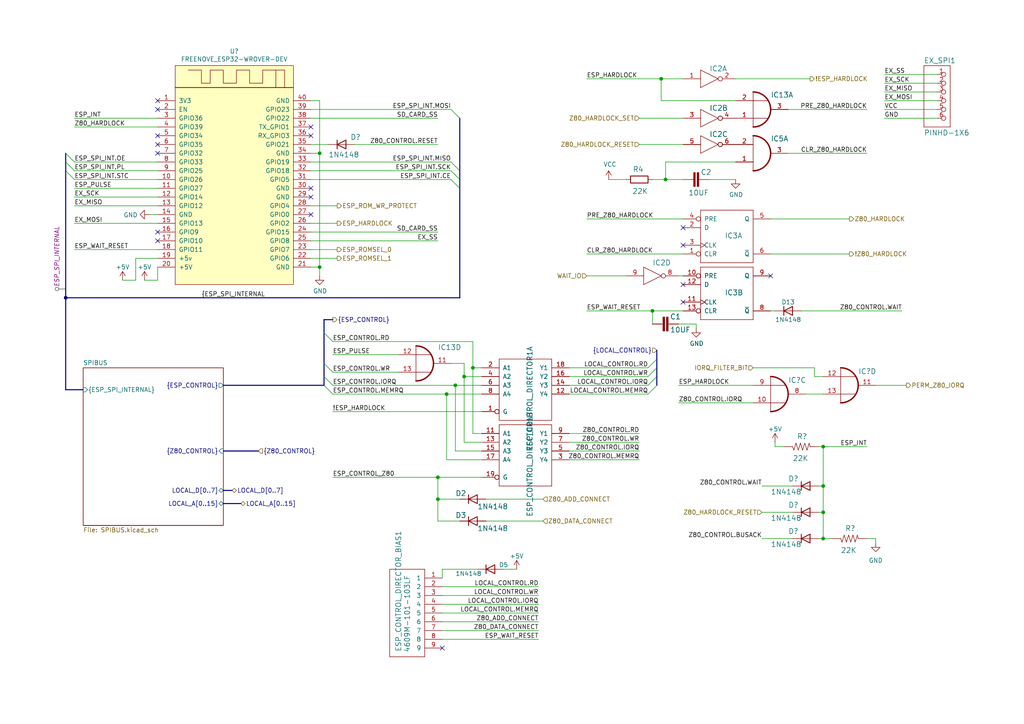
<source format=kicad_sch>
(kicad_sch (version 20230121) (generator eeschema)
  (paper "A4")
  (lib_symbols
    (symbol "Device:D" (pin_numbers hide) (pin_names (offset 1.016) hide)
      (property "Reference" "D" (at 0 2.54 0))
      (property "Value" "D" (at 0 -2.54 0))
      (symbol "D_1_1"
        (pin passive line (at -3.81 0 0) (length 2.54) (name "K") (number "1"))
        (pin passive line (at 3.81 0 180) (length 2.54) (name "A") (number "2"))
      )
    )
    (symbol "Device:R" (pin_numbers hide) (pin_names (offset 0))
      (property "Reference" "R" (at 2.032 0 90))
      (property "Value" "R" (at 0 0 90))
      (symbol "R_1_1"
        (pin passive line (at 0 3.81 270) (length 1.27) (name "~") (number "1"))
        (pin passive line (at 0 -3.81 90) (length 1.27) (name "~") (number "2"))
      )
    )
    (symbol "FujiNet_Z80Bus_Reference-rescue:4609M-101-103LF-Z80ESP-eagle-import" (pin_names (offset 1.016))
      (property "Reference" "RN" (at 16.51 7.62 0))
      (property "Value" "Z80ESP-eagle-import_4609M-101-103LF" (at 16.51 5.08 0))
      (symbol "4609M-101-103LF-Z80ESP-eagle-import_1_0"
        (pin bidirectional line (at 0 0 0) (length 5.08) (name "1") (number "1"))
        (pin bidirectional line (at 0 -2.54 0) (length 5.08) (name "2") (number "2"))
        (pin bidirectional line (at 0 -5.08 0) (length 5.08) (name "3") (number "3"))
        (pin bidirectional line (at 0 -7.62 0) (length 5.08) (name "4") (number "4"))
        (pin bidirectional line (at 0 -10.16 0) (length 5.08) (name "5") (number "5"))
        (pin bidirectional line (at 0 -12.7 0) (length 5.08) (name "6") (number "6"))
        (pin bidirectional line (at 0 -15.24 0) (length 5.08) (name "7") (number "7"))
        (pin bidirectional line (at 0 -17.78 0) (length 5.08) (name "8") (number "8"))
        (pin bidirectional line (at 0 -20.32 0) (length 5.08) (name "9") (number "9"))
      )
    )
    (symbol "FujiNet_Z80Bus_Reference-rescue:7404N-Z80ESP-eagle-import" (pin_names (offset 1.016))
      (property "Reference" "IC" (at -0.635 -0.635 0))
      (symbol "7404N-Z80ESP-eagle-import_1_0"
        (pin input line (at -5.08 0 0) (length 5.08) (name "I") (number "1"))
        (pin output inverted (at 10.16 0 180) (length 5.08) (name "O") (number "2"))
      )
      (symbol "7404N-Z80ESP-eagle-import_2_0"
        (pin input line (at -5.08 0 0) (length 5.08) (name "I") (number "3"))
        (pin output inverted (at 10.16 0 180) (length 5.08) (name "O") (number "4"))
      )
      (symbol "7404N-Z80ESP-eagle-import_3_0"
        (pin input line (at -5.08 0 0) (length 5.08) (name "I") (number "5"))
        (pin output inverted (at 10.16 0 180) (length 5.08) (name "O") (number "6"))
      )
      (symbol "7404N-Z80ESP-eagle-import_4_0"
        (pin output inverted (at 10.16 0 180) (length 5.08) (name "O") (number "8"))
        (pin input line (at -5.08 0 0) (length 5.08) (name "I") (number "9"))
      )
      (symbol "7404N-Z80ESP-eagle-import_5_0"
        (pin output inverted (at 10.16 0 180) (length 5.08) (name "O") (number "10"))
        (pin input line (at -5.08 0 0) (length 5.08) (name "I") (number "11"))
      )
      (symbol "7404N-Z80ESP-eagle-import_6_0"
        (pin output inverted (at 10.16 0 180) (length 5.08) (name "O") (number "12"))
        (pin input line (at -5.08 0 0) (length 5.08) (name "I") (number "13"))
      )
      (symbol "7404N-Z80ESP-eagle-import_7_0"
        (text "GND" (at 1.905 -5.842 900) (effects (font (size 1.0668 1.0668)) (justify left bottom)))
        (text "VCC" (at 1.905 2.54 900) (effects (font (size 1.0668 1.0668)) (justify left bottom)))
        (pin power_in line (at 0 7.62 270) (length 5.08) (name "VCC") (number "14"))
        (pin power_in line (at 0 -7.62 90) (length 5.08) (name "GND") (number "7"))
      )
    )
    (symbol "FujiNet_Z80Bus_Reference-rescue:7408N-Z80ESP-eagle-import" (pin_names (offset 1.016))
      (property "Reference" "IC" (at -0.635 -0.635 0))
      (symbol "7408N-Z80ESP-eagle-import_1_0"
        (pin input line (at -7.62 2.54 0) (length 5.08) (name "I0") (number "1"))
        (pin input line (at -7.62 -2.54 0) (length 5.08) (name "I1") (number "2"))
        (pin output line (at 7.62 0 180) (length 5.08) (name "O") (number "3"))
      )
      (symbol "7408N-Z80ESP-eagle-import_2_0"
        (pin input line (at -7.62 2.54 0) (length 5.08) (name "I0") (number "4"))
        (pin input line (at -7.62 -2.54 0) (length 5.08) (name "I1") (number "5"))
        (pin output line (at 7.62 0 180) (length 5.08) (name "O") (number "6"))
      )
      (symbol "7408N-Z80ESP-eagle-import_3_0"
        (pin input line (at -7.62 -2.54 0) (length 5.08) (name "I1") (number "10"))
        (pin output line (at 7.62 0 180) (length 5.08) (name "O") (number "8"))
        (pin input line (at -7.62 2.54 0) (length 5.08) (name "I0") (number "9"))
      )
      (symbol "7408N-Z80ESP-eagle-import_4_0"
        (pin output line (at 7.62 0 180) (length 5.08) (name "O") (number "11"))
        (pin input line (at -7.62 2.54 0) (length 5.08) (name "I0") (number "12"))
        (pin input line (at -7.62 -2.54 0) (length 5.08) (name "I1") (number "13"))
      )
      (symbol "7408N-Z80ESP-eagle-import_5_0"
        (text "GND" (at 1.905 -5.842 900) (effects (font (size 1.0668 1.0668)) (justify left bottom)))
        (text "VCC" (at 1.905 2.54 900) (effects (font (size 1.0668 1.0668)) (justify left bottom)))
        (pin power_in line (at 0 7.62 270) (length 5.08) (name "VCC") (number "14"))
        (pin power_in line (at 0 -7.62 90) (length 5.08) (name "GND") (number "7"))
      )
    )
    (symbol "FujiNet_Z80Bus_Reference-rescue:74244N-Z80ESP-eagle-import" (pin_names (offset 1.016))
      (property "Reference" "IC" (at -0.635 -0.635 0))
      (symbol "74244N-Z80ESP-eagle-import_1_0"
        (pin input inverted (at -12.7 -7.62 0) (length 5.08) (name "G") (number "1"))
        (pin tri_state line (at 12.7 -2.54 180) (length 5.08) (name "Y4") (number "12"))
        (pin tri_state line (at 12.7 0 180) (length 5.08) (name "Y3") (number "14"))
        (pin tri_state line (at 12.7 2.54 180) (length 5.08) (name "Y2") (number "16"))
        (pin tri_state line (at 12.7 5.08 180) (length 5.08) (name "Y1") (number "18"))
        (pin input line (at -12.7 5.08 0) (length 5.08) (name "A1") (number "2"))
        (pin input line (at -12.7 2.54 0) (length 5.08) (name "A2") (number "4"))
        (pin input line (at -12.7 0 0) (length 5.08) (name "A3") (number "6"))
        (pin input line (at -12.7 -2.54 0) (length 5.08) (name "A4") (number "8"))
      )
      (symbol "74244N-Z80ESP-eagle-import_2_0"
        (pin input line (at -12.7 5.08 0) (length 5.08) (name "A1") (number "11"))
        (pin input line (at -12.7 2.54 0) (length 5.08) (name "A2") (number "13"))
        (pin input line (at -12.7 0 0) (length 5.08) (name "A3") (number "15"))
        (pin input line (at -12.7 -2.54 0) (length 5.08) (name "A4") (number "17"))
        (pin input inverted (at -12.7 -7.62 0) (length 5.08) (name "G") (number "19"))
        (pin tri_state line (at 12.7 -2.54 180) (length 5.08) (name "Y4") (number "3"))
        (pin tri_state line (at 12.7 0 180) (length 5.08) (name "Y3") (number "5"))
        (pin tri_state line (at 12.7 2.54 180) (length 5.08) (name "Y2") (number "7"))
        (pin tri_state line (at 12.7 5.08 180) (length 5.08) (name "Y1") (number "9"))
      )
      (symbol "74244N-Z80ESP-eagle-import_3_0"
        (text "GND" (at 1.905 -5.842 900) (effects (font (size 1.0668 1.0668)) (justify left bottom)))
        (text "VCC" (at 1.905 2.54 900) (effects (font (size 1.0668 1.0668)) (justify left bottom)))
        (pin power_in line (at 0 -7.62 90) (length 5.08) (name "GND") (number "10"))
        (pin power_in line (at 0 7.62 270) (length 5.08) (name "VCC") (number "20"))
      )
    )
    (symbol "FujiNet_Z80Bus_Reference-rescue:7432N-Z80Decoder-eagle-import" (pin_names (offset 1.016))
      (property "Reference" "IC" (at -0.635 -0.635 0))
      (symbol "7432N-Z80Decoder-eagle-import_1_0"
        (pin input line (at -7.62 2.54 0) (length 5.08) (name "I0") (number "1"))
        (pin input line (at -7.62 -2.54 0) (length 5.08) (name "I1") (number "2"))
        (pin output line (at 7.62 0 180) (length 5.08) (name "O") (number "3"))
      )
      (symbol "7432N-Z80Decoder-eagle-import_2_0"
        (pin input line (at -7.62 2.54 0) (length 5.08) (name "I0") (number "4"))
        (pin input line (at -7.62 -2.54 0) (length 5.08) (name "I1") (number "5"))
        (pin output line (at 7.62 0 180) (length 5.08) (name "O") (number "6"))
      )
      (symbol "7432N-Z80Decoder-eagle-import_3_0"
        (pin input line (at -7.62 -2.54 0) (length 5.08) (name "I1") (number "10"))
        (pin output line (at 7.62 0 180) (length 5.08) (name "O") (number "8"))
        (pin input line (at -7.62 2.54 0) (length 5.08) (name "I0") (number "9"))
      )
      (symbol "7432N-Z80Decoder-eagle-import_4_0"
        (pin output line (at 7.62 0 180) (length 5.08) (name "O") (number "11"))
        (pin input line (at -7.62 2.54 0) (length 5.08) (name "I0") (number "12"))
        (pin input line (at -7.62 -2.54 0) (length 5.08) (name "I1") (number "13"))
      )
      (symbol "7432N-Z80Decoder-eagle-import_5_0"
        (text "GND" (at 1.905 -5.842 900) (effects (font (size 1.0668 1.0668)) (justify left bottom)))
        (text "VCC" (at 1.905 2.54 900) (effects (font (size 1.0668 1.0668)) (justify left bottom)))
        (pin power_in line (at 0 7.62 270) (length 5.08) (name "VCC") (number "14"))
        (pin power_in line (at 0 -7.62 90) (length 5.08) (name "GND") (number "7"))
      )
    )
    (symbol "FujiNet_Z80Bus_Reference-rescue:7432N-Z80ESP-eagle-import" (pin_names (offset 1.016))
      (property "Reference" "IC" (at -0.635 -0.635 0))
      (symbol "7432N-Z80ESP-eagle-import_1_0"
        (pin input line (at -7.62 2.54 0) (length 5.08) (name "I0") (number "1"))
        (pin input line (at -7.62 -2.54 0) (length 5.08) (name "I1") (number "2"))
        (pin output line (at 7.62 0 180) (length 5.08) (name "O") (number "3"))
      )
      (symbol "7432N-Z80ESP-eagle-import_2_0"
        (pin input line (at -7.62 2.54 0) (length 5.08) (name "I0") (number "4"))
        (pin input line (at -7.62 -2.54 0) (length 5.08) (name "I1") (number "5"))
        (pin output line (at 7.62 0 180) (length 5.08) (name "O") (number "6"))
      )
      (symbol "7432N-Z80ESP-eagle-import_3_0"
        (pin input line (at -7.62 -2.54 0) (length 5.08) (name "I1") (number "10"))
        (pin output line (at 7.62 0 180) (length 5.08) (name "O") (number "8"))
        (pin input line (at -7.62 2.54 0) (length 5.08) (name "I0") (number "9"))
      )
      (symbol "7432N-Z80ESP-eagle-import_4_0"
        (pin output line (at 7.62 0 180) (length 5.08) (name "O") (number "11"))
        (pin input line (at -7.62 2.54 0) (length 5.08) (name "I0") (number "12"))
        (pin input line (at -7.62 -2.54 0) (length 5.08) (name "I1") (number "13"))
      )
      (symbol "7432N-Z80ESP-eagle-import_5_0"
        (text "GND" (at 1.905 -5.842 900) (effects (font (size 1.0668 1.0668)) (justify left bottom)))
        (text "VCC" (at 1.905 2.54 900) (effects (font (size 1.0668 1.0668)) (justify left bottom)))
        (pin power_in line (at 0 7.62 270) (length 5.08) (name "VCC") (number "14"))
        (pin power_in line (at 0 -7.62 90) (length 5.08) (name "GND") (number "7"))
      )
    )
    (symbol "FujiNet_Z80Bus_Reference-rescue:7474N-Z80ESP-eagle-import" (pin_names (offset 1.016))
      (property "Reference" "IC" (at -0.635 -0.635 0))
      (symbol "7474N-Z80ESP-eagle-import_1_0"
        (pin input inverted (at -12.7 -5.08 0) (length 5.08) (name "CLR") (number "1"))
        (pin input line (at -12.7 2.54 0) (length 5.08) (name "D") (number "2"))
        (pin input clock (at -12.7 -2.54 0) (length 5.08) (name "CLK") (number "3"))
        (pin input inverted (at -12.7 5.08 0) (length 5.08) (name "PRE") (number "4"))
        (pin output line (at 12.7 5.08 180) (length 5.08) (name "Q") (number "5"))
        (pin output line (at 12.7 -5.08 180) (length 5.08) (name "~{Q}") (number "6"))
      )
      (symbol "7474N-Z80ESP-eagle-import_2_0"
        (pin input inverted (at -12.7 5.08 0) (length 5.08) (name "PRE") (number "10"))
        (pin input clock (at -12.7 -2.54 0) (length 5.08) (name "CLK") (number "11"))
        (pin input line (at -12.7 2.54 0) (length 5.08) (name "D") (number "12"))
        (pin input inverted (at -12.7 -5.08 0) (length 5.08) (name "CLR") (number "13"))
        (pin output line (at 12.7 -5.08 180) (length 5.08) (name "~{Q}") (number "8"))
        (pin output line (at 12.7 5.08 180) (length 5.08) (name "Q") (number "9"))
      )
      (symbol "7474N-Z80ESP-eagle-import_3_0"
        (text "GND" (at 1.905 -5.842 900) (effects (font (size 1.0668 1.0668)) (justify left bottom)))
        (text "VCC" (at 1.905 2.54 900) (effects (font (size 1.0668 1.0668)) (justify left bottom)))
        (pin power_in line (at 0 7.62 270) (length 5.08) (name "VCC") (number "14"))
        (pin power_in line (at 0 -7.62 90) (length 5.08) (name "GND") (number "7"))
      )
    )
    (symbol "FujiNet_Z80Bus_Reference-rescue:C-EU050-050X075-Z80ESP-eagle-import" (pin_names (offset 1.016))
      (property "Reference" "C" (at 1.524 0.381 0))
      (property "Value" "Z80ESP-eagle-import_C-EU050-050X075" (at 1.524 -4.699 0))
      (symbol "C-EU050-050X075-Z80ESP-eagle-import_1_0"
        (pin passive line (at 0 2.54 270) (length 2.54) (name "1") (number "1"))
        (pin passive line (at 0 -5.08 90) (length 2.54) (name "2") (number "2"))
      )
    )
    (symbol "FujiNet_Z80Bus_Reference-rescue:PINHD-1X6-Z80ESP-eagle-import" (pin_names (offset 1.016))
      (property "Reference" "JP" (at -6.35 10.795 0))
      (property "Value" "Z80ESP-eagle-import_PINHD-1X6" (at -6.35 -10.16 0))
      (symbol "PINHD-1X6-Z80ESP-eagle-import_1_0"
        (pin passive inverted (at -2.54 7.62 0) (length 2.54) (name "1") (number "1"))
        (pin passive inverted (at -2.54 5.08 0) (length 2.54) (name "2") (number "2"))
        (pin passive inverted (at -2.54 2.54 0) (length 2.54) (name "3") (number "3"))
        (pin passive inverted (at -2.54 0 0) (length 2.54) (name "4") (number "4"))
        (pin passive inverted (at -2.54 -2.54 0) (length 2.54) (name "5") (number "5"))
        (pin passive inverted (at -2.54 -5.08 0) (length 2.54) (name "6") (number "6"))
      )
    )
    (symbol "FujiNet_Z80Bus_Reference-rescue:R-US_0207_2V-Z80ESP-eagle-import" (pin_names (offset 1.016))
      (property "Reference" "R" (at -3.81 1.4986 0))
      (property "Value" "Z80ESP-eagle-import_R-US_0207_2V" (at -3.81 -3.302 0))
      (symbol "R-US_0207_2V-Z80ESP-eagle-import_1_0"
        (pin passive line (at -5.08 0 0) (length 2.54) (name "1") (number "1"))
        (pin passive line (at 5.08 0 180) (length 2.54) (name "2") (number "2"))
      )
    )
    (symbol "esp32-wrover:FREENOVE_ESP32-WROVER-DEV" (pin_names (offset 1.016))
      (property "Reference" "U1" (at 3.175 10.541 0))
      (property "Value" "FREENOVE_ESP32-WROVER-DEV" (at 3.175 8.2296 0))
      (symbol "FREENOVE_ESP32-WROVER-DEV_0_0"
        (pin power_in line (at -19.05 -52.07 0) (length 5.08) (name "+5V") (number "20"))
        (pin power_in line (at 25.4 -3.81 180) (length 5.08) (name "GND") (number "40"))
      )
      (symbol "FREENOVE_ESP32-WROVER-DEV_1_1"
        (pin power_in line (at -19.05 -3.81 0) (length 5.08) (name "3V3") (number "1"))
        (pin bidirectional line (at -19.05 -26.67 0) (length 5.08) (name "GPIO26") (number "10"))
        (pin bidirectional line (at -19.05 -29.21 0) (length 5.08) (name "GPIO27") (number "11"))
        (pin bidirectional line (at -19.05 -31.75 0) (length 5.08) (name "GPIO14") (number "12"))
        (pin bidirectional line (at -19.05 -34.29 0) (length 5.08) (name "GPIO12") (number "13"))
        (pin power_in line (at -19.05 -36.83 0) (length 5.08) (name "GND") (number "14"))
        (pin bidirectional line (at -19.05 -39.37 0) (length 5.08) (name "GPIO13") (number "15"))
        (pin bidirectional line (at -19.05 -41.91 0) (length 5.08) (name "GPIO9") (number "16"))
        (pin bidirectional line (at -19.05 -44.45 0) (length 5.08) (name "GPIO10") (number "17"))
        (pin bidirectional line (at -19.05 -46.99 0) (length 5.08) (name "GPIO11") (number "18"))
        (pin power_in line (at -19.05 -49.53 0) (length 5.08) (name "+5v") (number "19"))
        (pin input line (at -19.05 -6.35 0) (length 5.08) (name "EN") (number "2"))
        (pin power_in line (at 25.4 -52.07 180) (length 5.08) (name "GND") (number "21"))
        (pin bidirectional line (at 25.4 -49.53 180) (length 5.08) (name "GPIO6") (number "22"))
        (pin bidirectional line (at 25.4 -46.99 180) (length 5.08) (name "GPIO7") (number "23"))
        (pin bidirectional line (at 25.4 -41.91 180) (length 5.08) (name "GPIO15") (number "24"))
        (pin bidirectional line (at 25.4 -44.45 180) (length 5.08) (name "GPIO8") (number "25"))
        (pin bidirectional line (at 25.4 -39.37 180) (length 5.08) (name "GPIO2") (number "26"))
        (pin input line (at 25.4 -36.83 180) (length 5.08) (name "GPIO0") (number "27"))
        (pin bidirectional line (at 25.4 -34.29 180) (length 5.08) (name "GPIO4") (number "28"))
        (pin power_in line (at 25.4 -31.75 180) (length 5.08) (name "GND") (number "29"))
        (pin bidirectional line (at -19.05 -8.89 0) (length 5.08) (name "GPIO36") (number "3"))
        (pin power_in line (at 25.4 -29.21 180) (length 5.08) (name "GND") (number "30"))
        (pin bidirectional line (at 25.4 -26.67 180) (length 5.08) (name "GPIO5") (number "31"))
        (pin bidirectional line (at 25.4 -24.13 180) (length 5.08) (name "GPIO18") (number "32"))
        (pin bidirectional line (at 25.4 -21.59 180) (length 5.08) (name "GPIO19") (number "33"))
        (pin power_in line (at 25.4 -19.05 180) (length 5.08) (name "GND") (number "34"))
        (pin bidirectional line (at 25.4 -16.51 180) (length 5.08) (name "GPIO21") (number "35"))
        (pin input line (at 25.4 -13.97 180) (length 5.08) (name "RX_GPIO3") (number "36"))
        (pin output line (at 25.4 -11.43 180) (length 5.08) (name "TX_GPIO1") (number "37"))
        (pin bidirectional line (at 25.4 -8.89 180) (length 5.08) (name "GPIO22") (number "38"))
        (pin bidirectional line (at 25.4 -6.35 180) (length 5.08) (name "GPIO23") (number "39"))
        (pin bidirectional line (at -19.05 -11.43 0) (length 5.08) (name "GPIO39") (number "4"))
        (pin bidirectional line (at -19.05 -13.97 0) (length 5.08) (name "GPIO34") (number "5"))
        (pin bidirectional line (at -19.05 -16.51 0) (length 5.08) (name "GPIO35") (number "6"))
        (pin bidirectional line (at -19.05 -19.05 0) (length 5.08) (name "GPIO32") (number "7"))
        (pin bidirectional line (at -19.05 -21.59 0) (length 5.08) (name "GPIO33") (number "8"))
        (pin bidirectional line (at -19.05 -24.13 0) (length 5.08) (name "GPIO25") (number "9"))
      )
    )
    (symbol "power:+5V" (power) (pin_names (offset 0))
      (property "Value" "+5V" (at 0 3.556 0))
      (symbol "+5V_1_1"
        (pin power_in line (at 0 0 90) (length 0) hide (name "+5V") (number "1"))
      )
    )
    (symbol "power:GND" (power) (pin_names (offset 0))
      (property "Value" "GND" (at 0 -3.81 0))
      (symbol "GND_1_1"
        (pin power_in line (at 0 0 270) (length 0) hide (name "GND") (number "1"))
      )
    )
    (symbol "power:VCC" (power) (pin_names (offset 0))
      (property "Value" "VCC" (at 0 3.81 0))
      (symbol "VCC_1_1"
        (pin power_in line (at 0 0 90) (length 0) hide (name "VCC") (number "1"))
      )
    )
  )
  (bus_alias "LOCAL_CONTROL" (members "LOCAL_CONTROL.RD" "LOCAL_CONTROL.WR" "LOCAL_CONTROL.IORQ" "LOCAL_CONTROL.MEMRQ"))
  (junction (at 191.77 22.86))
  (junction (at 137.16 106.68))
  (junction (at 238.76 156.21))
  (junction (at 92.71 77.47))
  (junction (at 193.04 52.07))
  (junction (at 19.05 86.36))
  (junction (at 127 144.78))
  (junction (at 189.23 90.17))
  (junction (at 127 138.43))
  (junction (at 238.76 148.59))
  (junction (at 132.08 111.76))
  (junction (at 238.76 129.54))
  (junction (at 92.71 44.45))
  (junction (at 238.76 140.97))
  (junction (at 134.62 109.22))
  (junction (at 129.54 114.3))
  (no_connect (at 90.17 62.23))
  (no_connect (at 90.17 57.15))
  (no_connect (at 45.72 67.31))
  (no_connect (at 45.72 31.75))
  (no_connect (at 198.12 87.63))
  (no_connect (at 45.72 44.45))
  (no_connect (at 198.12 71.12))
  (no_connect (at 223.52 80.01))
  (no_connect (at 90.17 39.37))
  (no_connect (at 128.27 187.96))
  (no_connect (at 198.12 82.55))
  (no_connect (at 90.17 36.83))
  (no_connect (at 45.72 39.37))
  (no_connect (at 90.17 54.61))
  (no_connect (at 45.72 69.85))
  (no_connect (at 45.72 41.91))
  (no_connect (at 45.72 29.21))
  (no_connect (at 198.12 66.04))
  (bus_entry (at 187.96 111.76) (size 2.54 -2.54))
  (bus_entry (at 130.81 46.99) (size 2.54 2.54))
  (bus_entry (at 19.05 46.99) (size 2.54 2.54))
  (bus_entry (at 130.81 49.53) (size 2.54 2.54))
  (bus_entry (at 130.81 31.75) (size 2.54 2.54))
  (bus_entry (at 93.98 109.22) (size 2.54 2.54))
  (bus_entry (at 19.05 44.45) (size 2.54 2.54))
  (bus_entry (at 93.98 96.52) (size 2.54 2.54))
  (bus_entry (at 93.98 111.76) (size 2.54 2.54))
  (bus_entry (at 187.96 109.22) (size 2.54 -2.54))
  (bus_entry (at 187.96 114.3) (size 2.54 -2.54))
  (bus_entry (at 19.05 49.53) (size 2.54 2.54))
  (bus_entry (at 93.98 105.41) (size 2.54 2.54))
  (bus_entry (at 187.96 106.68) (size 2.54 -2.54))
  (bus_entry (at 130.81 52.07) (size 2.54 2.54))
  (wire (pts (xy 193.04 46.99) (xy 193.04 52.07)))
  (wire (pts (xy 134.62 109.22) (xy 139.7 109.22)))
  (wire (pts (xy 115.57 102.87) (xy 96.52 102.87)))
  (bus (pts (xy 19.05 86.36) (xy 19.05 49.53)))
  (wire (pts (xy 129.54 114.3) (xy 96.52 114.3)))
  (wire (pts (xy 157.48 151.13) (xy 140.97 151.13)))
  (wire (pts (xy 129.54 133.35) (xy 139.7 133.35)))
  (wire (pts (xy 271.78 29.21) (xy 256.54 29.21)))
  (wire (pts (xy 220.98 156.21) (xy 229.87 156.21)))
  (bus (pts (xy 190.5 109.22) (xy 190.5 111.76)))
  (wire (pts (xy 238.76 129.54) (xy 251.46 129.54)))
  (wire (pts (xy 236.22 109.22) (xy 236.22 106.68)))
  (wire (pts (xy 201.93 93.98) (xy 196.85 93.98)))
  (wire (pts (xy 137.16 99.06) (xy 96.52 99.06)))
  (wire (pts (xy 271.78 31.75) (xy 256.54 31.75)))
  (wire (pts (xy 224.79 90.17) (xy 223.52 90.17)))
  (bus (pts (xy 93.98 105.41) (xy 93.98 109.22)))
  (wire (pts (xy 251.46 156.21) (xy 254 156.21)))
  (wire (pts (xy 139.7 119.38) (xy 96.52 119.38)))
  (wire (pts (xy 128.27 180.34) (xy 156.21 180.34)))
  (wire (pts (xy 237.49 129.54) (xy 238.76 129.54)))
  (wire (pts (xy 139.7 111.76) (xy 132.08 111.76)))
  (wire (pts (xy 90.17 29.21) (xy 92.71 29.21)))
  (wire (pts (xy 45.72 49.53) (xy 21.59 49.53)))
  (wire (pts (xy 189.23 52.07) (xy 193.04 52.07)))
  (wire (pts (xy 45.72 72.39) (xy 21.59 72.39)))
  (wire (pts (xy 205.74 52.07) (xy 213.36 52.07)))
  (wire (pts (xy 90.17 34.29) (xy 127 34.29)))
  (wire (pts (xy 96.52 138.43) (xy 127 138.43)))
  (wire (pts (xy 271.78 26.67) (xy 256.54 26.67)))
  (bus (pts (xy 190.5 104.14) (xy 190.5 106.68)))
  (wire (pts (xy 271.78 34.29) (xy 256.54 34.29)))
  (wire (pts (xy 127 151.13) (xy 133.35 151.13)))
  (wire (pts (xy 165.1 125.73) (xy 185.42 125.73)))
  (wire (pts (xy 228.6 31.75) (xy 251.46 31.75)))
  (wire (pts (xy 237.49 140.97) (xy 238.76 140.97)))
  (wire (pts (xy 90.17 44.45) (xy 92.71 44.45)))
  (wire (pts (xy 198.12 22.86) (xy 191.77 22.86)))
  (wire (pts (xy 90.17 31.75) (xy 130.81 31.75)))
  (wire (pts (xy 193.04 52.07) (xy 198.12 52.07)))
  (wire (pts (xy 224.79 129.54) (xy 227.33 129.54)))
  (wire (pts (xy 128.27 175.26) (xy 156.21 175.26)))
  (wire (pts (xy 21.59 36.83) (xy 45.72 36.83)))
  (bus (pts (xy 96.52 92.71) (xy 93.98 92.71)))
  (wire (pts (xy 139.7 128.27) (xy 134.62 128.27)))
  (wire (pts (xy 45.72 52.07) (xy 21.59 52.07)))
  (bus (pts (xy 64.77 146.05) (xy 69.85 146.05)))
  (wire (pts (xy 90.17 49.53) (xy 130.81 49.53)))
  (wire (pts (xy 139.7 106.68) (xy 137.16 106.68)))
  (wire (pts (xy 237.49 156.21) (xy 238.76 156.21)))
  (wire (pts (xy 139.7 130.81) (xy 132.08 130.81)))
  (bus (pts (xy 133.35 52.07) (xy 133.35 54.61)))
  (bus (pts (xy 133.35 49.53) (xy 133.35 52.07)))
  (wire (pts (xy 128.27 172.72) (xy 156.21 172.72)))
  (wire (pts (xy 128.27 185.42) (xy 156.21 185.42)))
  (bus (pts (xy 19.05 46.99) (xy 19.05 49.53)))
  (wire (pts (xy 165.1 114.3) (xy 187.96 114.3)))
  (wire (pts (xy 224.79 128.27) (xy 224.79 129.54)))
  (wire (pts (xy 134.62 105.41) (xy 134.62 109.22)))
  (wire (pts (xy 238.76 129.54) (xy 238.76 140.97)))
  (wire (pts (xy 45.72 64.77) (xy 21.59 64.77)))
  (wire (pts (xy 176.53 52.07) (xy 181.61 52.07)))
  (wire (pts (xy 238.76 140.97) (xy 238.76 148.59)))
  (bus (pts (xy 190.5 106.68) (xy 190.5 109.22)))
  (wire (pts (xy 165.1 128.27) (xy 185.42 128.27)))
  (wire (pts (xy 127 138.43) (xy 127 144.78)))
  (wire (pts (xy 92.71 44.45) (xy 92.71 77.47)))
  (wire (pts (xy 45.72 57.15) (xy 21.59 57.15)))
  (wire (pts (xy 196.85 80.01) (xy 198.12 80.01)))
  (wire (pts (xy 39.37 81.28) (xy 39.37 74.93)))
  (bus (pts (xy 133.35 54.61) (xy 133.35 86.36)))
  (wire (pts (xy 238.76 148.59) (xy 238.76 156.21)))
  (wire (pts (xy 139.7 114.3) (xy 129.54 114.3)))
  (wire (pts (xy 218.44 106.68) (xy 236.22 106.68)))
  (wire (pts (xy 233.68 114.3) (xy 238.76 114.3)))
  (wire (pts (xy 129.54 133.35) (xy 129.54 114.3)))
  (wire (pts (xy 45.72 54.61) (xy 21.59 54.61)))
  (wire (pts (xy 165.1 111.76) (xy 187.96 111.76)))
  (bus (pts (xy 64.77 111.76) (xy 93.98 111.76)))
  (wire (pts (xy 157.48 144.78) (xy 140.97 144.78)))
  (wire (pts (xy 128.27 182.88) (xy 156.21 182.88)))
  (wire (pts (xy 127 144.78) (xy 133.35 144.78)))
  (wire (pts (xy 95.25 41.91) (xy 90.17 41.91)))
  (wire (pts (xy 223.52 73.66) (xy 246.38 73.66)))
  (wire (pts (xy 181.61 80.01) (xy 170.18 80.01)))
  (wire (pts (xy 138.43 165.1) (xy 128.27 165.1)))
  (wire (pts (xy 90.17 46.99) (xy 130.81 46.99)))
  (wire (pts (xy 90.17 59.69) (xy 97.79 59.69)))
  (wire (pts (xy 90.17 52.07) (xy 130.81 52.07)))
  (bus (pts (xy 133.35 34.29) (xy 133.35 49.53)))
  (wire (pts (xy 43.18 62.23) (xy 45.72 62.23)))
  (bus (pts (xy 133.35 86.36) (xy 19.05 86.36)))
  (wire (pts (xy 191.77 22.86) (xy 170.18 22.86)))
  (wire (pts (xy 90.17 64.77) (xy 97.79 64.77)))
  (wire (pts (xy 213.36 22.86) (xy 234.95 22.86)))
  (bus (pts (xy 19.05 113.03) (xy 24.13 113.03)))
  (wire (pts (xy 130.81 105.41) (xy 134.62 105.41)))
  (wire (pts (xy 189.23 90.17) (xy 198.12 90.17)))
  (wire (pts (xy 198.12 41.91) (xy 185.42 41.91)))
  (wire (pts (xy 149.86 165.1) (xy 146.05 165.1)))
  (wire (pts (xy 201.93 93.98) (xy 201.93 95.25)))
  (bus (pts (xy 190.5 101.6) (xy 190.5 104.14)))
  (wire (pts (xy 35.56 81.28) (xy 39.37 81.28)))
  (wire (pts (xy 45.72 59.69) (xy 21.59 59.69)))
  (bus (pts (xy 93.98 92.71) (xy 93.98 96.52)))
  (wire (pts (xy 238.76 156.21) (xy 241.3 156.21)))
  (wire (pts (xy 271.78 21.59) (xy 256.54 21.59)))
  (wire (pts (xy 238.76 109.22) (xy 236.22 109.22)))
  (wire (pts (xy 198.12 34.29) (xy 185.42 34.29)))
  (wire (pts (xy 246.38 63.5) (xy 223.52 63.5)))
  (wire (pts (xy 170.18 90.17) (xy 189.23 90.17)))
  (wire (pts (xy 254 111.76) (xy 262.89 111.76)))
  (wire (pts (xy 218.44 111.76) (xy 196.85 111.76)))
  (bus (pts (xy 74.93 130.81) (xy 64.77 130.81)))
  (wire (pts (xy 102.87 41.91) (xy 127 41.91)))
  (wire (pts (xy 165.1 109.22) (xy 187.96 109.22)))
  (bus (pts (xy 19.05 86.36) (xy 19.05 113.03)))
  (wire (pts (xy 170.18 63.5) (xy 198.12 63.5)))
  (wire (pts (xy 128.27 165.1) (xy 128.27 167.64)))
  (wire (pts (xy 170.18 73.66) (xy 198.12 73.66)))
  (bus (pts (xy 19.05 44.45) (xy 19.05 46.99)))
  (wire (pts (xy 271.78 24.13) (xy 256.54 24.13)))
  (wire (pts (xy 45.72 77.47) (xy 45.72 81.28)))
  (wire (pts (xy 132.08 130.81) (xy 132.08 111.76)))
  (wire (pts (xy 127 138.43) (xy 139.7 138.43)))
  (wire (pts (xy 137.16 99.06) (xy 137.16 106.68)))
  (bus (pts (xy 93.98 109.22) (xy 93.98 111.76)))
  (wire (pts (xy 254 156.21) (xy 254 157.48)))
  (bus (pts (xy 93.98 96.52) (xy 93.98 105.41)))
  (wire (pts (xy 232.41 90.17) (xy 261.62 90.17)))
  (wire (pts (xy 90.17 72.39) (xy 97.79 72.39)))
  (wire (pts (xy 92.71 29.21) (xy 92.71 44.45)))
  (wire (pts (xy 90.17 67.31) (xy 127 67.31)))
  (wire (pts (xy 45.72 46.99) (xy 21.59 46.99)))
  (wire (pts (xy 45.72 81.28) (xy 41.91 81.28)))
  (wire (pts (xy 189.23 93.98) (xy 189.23 90.17)))
  (wire (pts (xy 165.1 133.35) (xy 185.42 133.35)))
  (wire (pts (xy 127 151.13) (xy 127 144.78)))
  (wire (pts (xy 132.08 111.76) (xy 96.52 111.76)))
  (wire (pts (xy 39.37 74.93) (xy 45.72 74.93)))
  (wire (pts (xy 92.71 77.47) (xy 92.71 80.01)))
  (bus (pts (xy 64.77 142.24) (xy 67.31 142.24)))
  (wire (pts (xy 128.27 177.8) (xy 156.21 177.8)))
  (wire (pts (xy 139.7 125.73) (xy 137.16 125.73)))
  (wire (pts (xy 218.44 116.84) (xy 196.85 116.84)))
  (wire (pts (xy 229.87 140.97) (xy 220.98 140.97)))
  (wire (pts (xy 90.17 69.85) (xy 127 69.85)))
  (wire (pts (xy 165.1 106.68) (xy 187.96 106.68)))
  (wire (pts (xy 191.77 29.21) (xy 191.77 22.86)))
  (wire (pts (xy 213.36 29.21) (xy 191.77 29.21)))
  (wire (pts (xy 237.49 148.59) (xy 238.76 148.59)))
  (wire (pts (xy 213.36 46.99) (xy 193.04 46.99)))
  (wire (pts (xy 137.16 125.73) (xy 137.16 106.68)))
  (wire (pts (xy 128.27 170.18) (xy 156.21 170.18)))
  (wire (pts (xy 115.57 107.95) (xy 96.52 107.95)))
  (wire (pts (xy 90.17 77.47) (xy 92.71 77.47)))
  (wire (pts (xy 45.72 34.29) (xy 21.59 34.29)))
  (wire (pts (xy 90.17 74.93) (xy 97.79 74.93)))
  (wire (pts (xy 134.62 128.27) (xy 134.62 109.22)))
  (wire (pts (xy 228.6 44.45) (xy 251.46 44.45)))
  (wire (pts (xy 165.1 130.81) (xy 185.42 130.81)))
  (wire (pts (xy 229.87 148.59) (xy 220.98 148.59)))
  (label "Z80_ADD_CONNECT" (at 156.21 180.34 180))
  (label "ESP_PULSE" (at 21.59 54.61 0))
  (label "PRE_Z80_HARDLOCK" (at 251.46 31.75 180))
  (label "EX_MISO" (at 21.59 59.69 0))
  (label "SD_CARD_SS" (at 127 34.29 180))
  (label "Z80_CONTROL.IORQ" (at 196.85 116.84 0))
  (label "LOCAL_CONTROL.MEMRQ" (at 187.96 114.3 180))
  (label "ESP_WAIT_RESET" (at 156.21 185.42 180))
  (label "EX_MOSI" (at 256.54 29.21 0))
  (label "Z80_CONTROL.BUSACK" (at 220.98 156.21 180))
  (label "SD_CARD_SS" (at 127 67.31 180))
  (label "Z80_CONTROL.IORQ" (at 185.42 130.81 180))
  (label "ESP_INT" (at 251.46 129.54 180))
  (label "Z80_HARDLOCK" (at 21.59 36.83 0))
  (label "ESP_WAIT_RESET" (at 21.59 72.39 0))
  (label "ESP_SPI_INT.STC" (at 21.59 52.07 0))
  (label "{ESP_SPI_INTERNAL" (at 58.42 86.36 0))
  (label "ESP_INT" (at 21.59 34.29 0))
  (label "ESP_WAIT_RESET" (at 170.18 90.17 0))
  (label "EX_MOSI" (at 21.59 64.77 0))
  (label "LOCAL_CONTROL.WR" (at 187.96 109.22 180))
  (label "ESP_PULSE" (at 96.52 102.87 0))
  (label "LOCAL_CONTROL.IORQ" (at 156.21 175.26 180))
  (label "Z80_CONTROL.WAIT" (at 220.98 140.97 180))
  (label "ESP_SPI_INT.SCK" (at 130.81 49.53 180))
  (label "CLR_Z80_HARDLOCK" (at 251.46 44.45 180))
  (label "EX_SCK" (at 21.59 57.15 0))
  (label "!ESP_HARDLOCK" (at 96.52 119.38 0))
  (label "LOCAL_CONTROL.RD" (at 187.96 106.68 180))
  (label "ESP_SPI_INT.PL" (at 21.59 49.53 0))
  (label "EX_SS" (at 256.54 21.59 0))
  (label "Z80_CONTROL.MEMRQ" (at 185.42 133.35 180))
  (label "LOCAL_CONTROL.WR" (at 156.21 172.72 180))
  (label "ESP_CONTROL.IORQ" (at 96.52 111.76 0))
  (label "ESP_SPI_INT.CE" (at 130.81 52.07 180))
  (label "Z80_CONTROL.WAIT" (at 261.62 90.17 180))
  (label "PRE_Z80_HARDLOCK" (at 170.18 63.5 0))
  (label "LOCAL_CONTROL.RD" (at 156.21 170.18 180))
  (label "ESP_SPI_INT.OE" (at 21.59 46.99 0))
  (label "CLR_Z80_HARDLOCK" (at 170.18 73.66 0))
  (label "LOCAL_CONTROL.MEMRQ" (at 156.21 177.8 180))
  (label "ESP_HARDLOCK" (at 196.85 111.76 0))
  (label "EX_SCK" (at 256.54 24.13 0))
  (label "ESP_CONTROL.MEMRQ" (at 96.52 114.3 0))
  (label "Z80_CONTROL.WR" (at 185.42 128.27 180))
  (label "EX_SS" (at 127 69.85 180))
  (label "ESP_CONTROL.WR" (at 96.52 107.95 0))
  (label "LOCAL_CONTROL.IORQ" (at 187.96 111.76 180))
  (label "EX_MISO" (at 256.54 26.67 0))
  (label "ESP_SPI_INT.MISO" (at 130.81 46.99 180))
  (label "ESP_SPI_INT.MOSI" (at 130.81 31.75 180))
  (label "Z80_DATA_CONNECT" (at 156.21 182.88 180))
  (label "ESP_CONTROL_Z80" (at 96.52 138.43 0))
  (label "ESP_HARDLOCK" (at 170.18 22.86 0))
  (label "GND" (at 256.54 34.29 0))
  (label "ESP_CONTROL.RD" (at 96.52 99.06 0))
  (label "Z80_CONTROL.RD" (at 185.42 125.73 180))
  (label "VCC" (at 256.54 31.75 0))
  (label "Z80_CONTROL.RESET" (at 127 41.91 180))
  (hierarchical_label "Z80_DATA_CONNECT" (shape input) (at 157.48 151.13 0))
  (hierarchical_label "PERM_Z80_IORQ" (shape output) (at 262.89 111.76 0))
  (hierarchical_label "!ESP_HARDLOCK" (shape output) (at 234.95 22.86 0))
  (hierarchical_label "LOCAL_D[0..7]" (shape bidirectional) (at 67.31 142.24 0))
  (hierarchical_label "IORQ_FILTER_BIT" (shape input) (at 218.44 106.68 180))
  (hierarchical_label "Z80_HARDLOCK" (shape output) (at 246.38 63.5 0))
  (hierarchical_label "ESP_ROMSEL_0" (shape output) (at 97.79 72.39 0))
  (hierarchical_label "!Z80_HARDLOCK" (shape output) (at 246.38 73.66 0))
  (hierarchical_label "Z80_ADD_CONNECT" (shape input) (at 157.48 144.78 0))
  (hierarchical_label "ESP_ROM_WR_PROTECT" (shape output) (at 97.79 59.69 0))
  (hierarchical_label "Z80_HARDLOCK_SET" (shape input) (at 185.42 34.29 180))
  (hierarchical_label "LOCAL_A[0..15]" (shape bidirectional) (at 69.85 146.05 0))
  (hierarchical_label "{LOCAL_CONTROL}" (shape input) (at 190.5 101.6 180))
  (hierarchical_label "ESP_ROMSEL_1" (shape output) (at 97.79 74.93 0))
  (hierarchical_label "ESP_HARDLOCK" (shape output) (at 97.79 64.77 0))
  (hierarchical_label "Z80_HARDLOCK_RESET" (shape input) (at 185.42 41.91 180))
  (hierarchical_label "WAIT_IO" (shape input) (at 170.18 80.01 180))
  (hierarchical_label "{ESP_CONTROL}" (shape output) (at 96.52 92.71 0))
  (hierarchical_label "Z80_HARDLOCK_RESET" (shape input) (at 220.98 148.59 180))
  (hierarchical_label "{Z80_CONTROL}" (shape input) (at 74.93 130.81 0))
  (netclass_flag "" (length 2.54) (shape round) (at 19.05 83.82 90) (property "Netclass" "ESP_SPI_INTERNAL" (at 16.51 83.2104 90) (effects (font italic) (justify left))))
  (symbol (lib_id "Device:D") (at 99.06 41.91 0) (unit 1)
    (property "Reference" "D?" (at 101.6 40.64 0) (effects (font (size 1.4986 1.4986)) (justify left bottom)))
    (property "Value" "1N4148" (at 95.25 45.72 0) (effects (font (size 1.4986 1.4986)) (justify left bottom)))
    (property "Footprint" "Diode_THT:D_T-1_P5.08mm_Horizontal" (effects hide))
    (instances (project "FujiNet_Z80Bus_Reference" (path "" (reference "D?") (unit 1)) (path "" (reference "D4") (unit 1))))
  )
  (symbol (lib_id "esp32-wrover:FREENOVE_ESP32-WROVER-DEV") (at 64.77 25.4 0) (unit 1)
    (property "Reference" "U?" (at 67.945 14.859 0))
    (property "Value" "FREENOVE_ESP32-WROVER-DEV" (at 67.945 17.1704 0))
    (property "Footprint" "esp32-wrover:FREENOVE_ESP32-WROVER-DEV" (effects hide))
    (instances (project "FujiNet_Z80Bus_Reference" (path "" (reference "U?") (unit 1)) (path "" (reference "U1") (unit 1))))
  )
  (symbol (lib_id "Device:D") (at 228.6 90.17 0) (unit 1)
    (property "Reference" "D13" (at 228.6 87.63 0))
    (property "Value" "1N4148" (at 228.6 92.71 0))
    (property "Footprint" "Diode_THT:D_T-1_P5.08mm_Horizontal" (effects hide))
    (instances (project "FujiNet_Z80Bus_Reference" (path "" (reference "D13") (unit 1)) (path "" (reference "D?") (unit 1))))
  )
  (symbol (lib_id "FujiNet_Z80Bus_Reference-rescue:7432N-Z80Decoder-eagle-import") (at 246.38 111.76 0) (unit 4)
    (property "Reference" "IC?" (at 248.92 108.585 0) (effects (font (size 1.4986 1.4986)) (justify left bottom)))
    (property "Value" "7432N" (effects hide))
    (property "Footprint" "Package_DIP:DIP-14_W7.62mm_Socket" (effects hide))
    (instances (project "FujiNet_Z80Bus_Reference" (path "" (reference "IC?") (unit 4)) (path "" (reference "IC?") (unit 4)) (path "" (reference "IC21") (unit 4))))
  )
  (symbol (lib_id "FujiNet_Z80Bus_Reference-rescue:7432N-Z80Decoder-eagle-import") (at 226.06 114.3 0) (unit 3)
    (property "Reference" "IC?" (at 228.6 111.125 0) (effects (font (size 1.4986 1.4986)) (justify left bottom)))
    (property "Value" "7432N" (effects hide))
    (property "Footprint" "Package_DIP:DIP-14_W7.62mm_Socket" (effects hide))
    (instances (project "FujiNet_Z80Bus_Reference" (path "" (reference "IC?") (unit 3)) (path "" (reference "IC?") (unit 3)) (path "" (reference "IC13") (unit 3))))
  )
  (symbol (lib_id "Device:D") (at 233.68 156.21 0) (unit 1)
    (property "Reference" "D?" (at 228.6 154.94 0) (effects (font (size 1.4986 1.4986)) (justify left bottom)))
    (property "Value" "1N4148" (at 223.52 158.75 0) (effects (font (size 1.4986 1.4986)) (justify left bottom)))
    (property "Footprint" "Diode_THT:D_T-1_P5.08mm_Horizontal" (effects hide))
    (instances (project "FujiNet_Z80Bus_Reference" (path "" (reference "D?") (unit 1)) (path "" (reference "D12") (unit 1))))
  )
  (symbol (lib_id "Device:D") (at 233.68 148.59 0) (unit 1)
    (property "Reference" "D?" (at 228.6 147.32 0) (effects (font (size 1.4986 1.4986)) (justify left bottom)))
    (property "Value" "1N4148" (at 223.52 151.13 0) (effects (font (size 1.4986 1.4986)) (justify left bottom)))
    (property "Footprint" "Diode_THT:D_T-1_P5.08mm_Horizontal" (effects hide))
    (instances (project "FujiNet_Z80Bus_Reference" (path "" (reference "D?") (unit 1)) (path "" (reference "D11") (unit 1))))
  )
  (symbol (lib_id "Device:D") (at 233.68 140.97 0) (unit 1)
    (property "Reference" "D?" (at 228.6 139.7 0) (effects (font (size 1.4986 1.4986)) (justify left bottom)))
    (property "Value" "1N4148" (at 223.52 143.51 0) (effects (font (size 1.4986 1.4986)) (justify left bottom)))
    (property "Footprint" "Diode_THT:D_T-1_P5.08mm_Horizontal" (effects hide))
    (instances (project "FujiNet_Z80Bus_Reference" (path "" (reference "D?") (unit 1)) (path "" (reference "D6") (unit 1))))
  )
  (symbol (lib_id "FujiNet_Z80Bus_Reference-rescue:R-US_0207_2V-Z80ESP-eagle-import") (at 246.38 156.21 0) (mirror x) (unit 1)
    (property "Reference" "R?" (at 245.11 152.4 0) (effects (font (size 1.4986 1.4986)) (justify left bottom)))
    (property "Value" "22K" (at 243.84 158.75 0) (effects (font (size 1.4986 1.4986)) (justify left bottom)))
    (property "Footprint" "Resistor_THT:R_Axial_DIN0207_L6.3mm_D2.5mm_P10.16mm_Horizontal" (effects hide))
    (instances (project "FujiNet_Z80Bus_Reference" (path "" (reference "R?") (unit 1)) (path "" (reference "R5") (unit 1))))
  )
  (symbol (lib_id "FujiNet_Z80Bus_Reference-rescue:R-US_0207_2V-Z80ESP-eagle-import") (at 232.41 129.54 0) (mirror x) (unit 1)
    (property "Reference" "R?" (at 231.14 125.73 0) (effects (font (size 1.4986 1.4986)) (justify left bottom)))
    (property "Value" "22K" (at 229.87 132.08 0) (effects (font (size 1.4986 1.4986)) (justify left bottom)))
    (property "Footprint" "Resistor_THT:R_Axial_DIN0207_L6.3mm_D2.5mm_P10.16mm_Horizontal" (effects hide))
    (instances (project "FujiNet_Z80Bus_Reference" (path "" (reference "R?") (unit 1)) (path "" (reference "R3") (unit 1))))
  )
  (symbol (lib_id "FujiNet_Z80Bus_Reference-rescue:7404N-Z80ESP-eagle-import") (at 203.2 22.86 0) (mirror x) (unit 1)
    (property "Reference" "IC2" (at 205.74 19.05 0) (effects (font (size 1.4986 1.4986)) (justify left bottom)))
    (property "Value" "7404N" (effects hide))
    (property "Footprint" "Package_DIP:DIP-14_W7.62mm_Socket" (effects hide))
    (instances (project "FujiNet_Z80Bus_Reference" (path "" (reference "IC2") (unit 1)) (path "" (reference "IC?") (unit 1))))
  )
  (symbol (lib_id "FujiNet_Z80Bus_Reference-rescue:C-EU050-050X075-Z80ESP-eagle-import") (at 191.77 93.98 90) (unit 1)
    (property "Reference" "C1" (at 194.31 92.71 90) (effects (font (size 1.4986 1.4986)) (justify right top)))
    (property "Value" "10UF" (at 194.31 96.52 90) (effects (font (size 1.4986 1.4986)) (justify right top)))
    (property "Footprint" "Capacitor_THT:CP_Radial_D8.0mm_P5.00mm" (effects hide))
    (instances (project "FujiNet_Z80Bus_Reference" (path "" (reference "C1") (unit 1)) (path "" (reference "C?") (unit 1))))
  )
  (symbol (lib_id "FujiNet_Z80Bus_Reference-rescue:C-EU050-050X075-Z80ESP-eagle-import") (at 200.66 52.07 90) (unit 1)
    (property "Reference" "C2" (at 203.2 50.8 90) (effects (font (size 1.4986 1.4986)) (justify right top)))
    (property "Value" "10UF" (at 199.644 56.769 90) (effects (font (size 1.4986 1.4986)) (justify right top)))
    (property "Footprint" "Capacitor_THT:CP_Radial_D8.0mm_P5.00mm" (effects hide))
    (instances (project "FujiNet_Z80Bus_Reference" (path "" (reference "C2") (unit 1)) (path "" (reference "C?") (unit 1))))
  )
  (symbol (lib_id "Device:R") (at 185.42 52.07 90) (unit 1)
    (property "Reference" "R4" (at 186.69 48.26 90) (effects (font (size 1.4986 1.4986)) (justify left bottom)))
    (property "Value" "22K" (at 187.96 54.61 90) (effects (font (size 1.4986 1.4986)) (justify left bottom)))
    (property "Footprint" "Resistor_THT:R_Axial_DIN0207_L6.3mm_D2.5mm_P10.16mm_Horizontal" (effects hide))
    (instances (project "FujiNet_Z80Bus_Reference" (path "" (reference "R4") (unit 1)) (path "" (reference "R?") (unit 1))))
  )
  (symbol (lib_id "FujiNet_Z80Bus_Reference-rescue:7408N-Z80ESP-eagle-import") (at 220.98 44.45 0) (mirror x) (unit 1)
    (property "Reference" "IC5" (at 223.52 39.37 0) (effects (font (size 1.4986 1.4986)) (justify left bottom)))
    (property "Value" "7408N" (effects hide))
    (property "Footprint" "Package_DIP:DIP-14_W7.62mm_Socket" (effects hide))
    (instances (project "FujiNet_Z80Bus_Reference" (path "" (reference "IC5") (unit 1)) (path "" (reference "IC?") (unit 1))))
  )
  (symbol (lib_id "FujiNet_Z80Bus_Reference-rescue:7432N-Z80ESP-eagle-import") (at 220.98 31.75 0) (mirror x) (unit 1)
    (property "Reference" "IC13" (at 223.52 26.67 0) (effects (font (size 1.4986 1.4986)) (justify left bottom)))
    (property "Value" "7432N" (effects hide))
    (property "Footprint" "Package_DIP:DIP-14_W7.62mm_Socket" (effects hide))
    (instances (project "FujiNet_Z80Bus_Reference" (path "" (reference "IC13") (unit 1)) (path "" (reference "IC?") (unit 1))))
  )
  (symbol (lib_id "FujiNet_Z80Bus_Reference-rescue:7404N-Z80ESP-eagle-import") (at 186.69 80.01 0) (unit 4)
    (property "Reference" "IC2" (at 189.23 76.2 0) (effects (font (size 1.4986 1.4986)) (justify left)))
    (property "Value" "7404N" (effects hide))
    (property "Footprint" "Package_DIP:DIP-14_W7.62mm_Socket" (effects hide))
    (instances (project "FujiNet_Z80Bus_Reference" (path "" (reference "IC2") (unit 4)) (path "" (reference "IC?") (unit 4))))
  )
  (symbol (lib_id "FujiNet_Z80Bus_Reference-rescue:7404N-Z80ESP-eagle-import") (at 203.2 41.91 0) (mirror x) (unit 3)
    (property "Reference" "IC2" (at 205.74 38.1 0) (effects (font (size 1.4986 1.4986)) (justify left bottom)))
    (property "Value" "7404N" (effects hide))
    (property "Footprint" "Package_DIP:DIP-14_W7.62mm_Socket" (effects hide))
    (instances (project "FujiNet_Z80Bus_Reference" (path "" (reference "IC2") (unit 3)) (path "" (reference "IC?") (unit 3))))
  )
  (symbol (lib_id "FujiNet_Z80Bus_Reference-rescue:7404N-Z80ESP-eagle-import") (at 203.2 34.29 0) (mirror x) (unit 2)
    (property "Reference" "IC2" (at 205.74 30.48 0) (effects (font (size 1.4986 1.4986)) (justify left bottom)))
    (property "Value" "7404N" (effects hide))
    (property "Footprint" "Package_DIP:DIP-14_W7.62mm_Socket" (effects hide))
    (instances (project "FujiNet_Z80Bus_Reference" (path "" (reference "IC2") (unit 2)) (path "" (reference "IC?") (unit 2))))
  )
  (symbol (lib_id "FujiNet_Z80Bus_Reference-rescue:7474N-Z80ESP-eagle-import") (at 210.82 85.09 0) (unit 2)
    (property "Reference" "IC3" (at 210.185 85.725 0) (effects (font (size 1.4986 1.4986)) (justify left bottom)))
    (property "Value" "7474N" (effects hide))
    (property "Footprint" "Package_DIP:DIP-14_W7.62mm_Socket" (effects hide))
    (instances (project "FujiNet_Z80Bus_Reference" (path "" (reference "IC3") (unit 2)) (path "" (reference "IC?") (unit 2))))
  )
  (symbol (lib_id "FujiNet_Z80Bus_Reference-rescue:7474N-Z80ESP-eagle-import") (at 210.82 68.58 0) (unit 1)
    (property "Reference" "IC3" (at 210.185 69.215 0) (effects (font (size 1.4986 1.4986)) (justify left bottom)))
    (property "Value" "7474N" (effects hide))
    (property "Footprint" "Package_DIP:DIP-14_W7.62mm_Socket" (effects hide))
    (instances (project "FujiNet_Z80Bus_Reference" (path "" (reference "IC3") (unit 1)) (path "" (reference "IC?") (unit 1))))
  )
  (symbol (lib_id "FujiNet_Z80Bus_Reference-rescue:4609M-101-103LF-Z80ESP-eagle-import") (at 128.27 167.64 0) (mirror y) (unit 1)
    (property "Reference" "ESP_CONTROL_DIRECTOR_BIAS1" (at 115.57 171.45 90) (effects (font (size 1.4986 1.4986))))
    (property "Value" "4609M-101-103LF" (at 118.11 189.23 90) (effects (font (size 1.4986 1.4986)) (justify left)))
    (property "Footprint" "Resistor_THT:R_Array_SIP9" (effects hide))
    (instances (project "FujiNet_Z80Bus_Reference" (path "" (reference "ESP_CONTROL_DIRECTOR_BIAS1") (unit 1)) (path "" (reference "RN?") (unit 1)) (path "" (reference "RN?") (unit 1))))
  )
  (symbol (lib_id "Device:D") (at 142.24 165.1 0) (mirror x) (unit 1)
    (property "Reference" "D5" (at 146.05 163.83 0))
    (property "Value" "1N4148" (at 135.89 166.37 0))
    (property "Footprint" "Diode_THT:D_T-1_P5.08mm_Horizontal" (effects hide))
    (instances (project "FujiNet_Z80Bus_Reference" (path "" (reference "D5") (unit 1)) (path "" (reference "D?") (unit 1)) (path "" (reference "D?") (unit 1))))
  )
  (symbol (lib_id "FujiNet_Z80Bus_Reference-rescue:7432N-Z80ESP-eagle-import") (at 123.19 105.41 0) (unit 4)
    (property "Reference" "IC13" (at 127 101.6 0) (effects (font (size 1.4986 1.4986)) (justify left bottom)))
    (property "Value" "7432N" (effects hide))
    (property "Footprint" "Package_DIP:DIP-14_W7.62mm_Socket" (effects hide))
    (instances (project "FujiNet_Z80Bus_Reference" (path "" (reference "IC13") (unit 4)) (path "" (reference "IC?") (unit 4)) (path "" (reference "IC?") (unit 4))))
  )
  (symbol (lib_id "Device:D") (at 137.16 151.13 0) (mirror x) (unit 1)
    (property "Reference" "D3" (at 132.08 148.59 0) (effects (font (size 1.4986 1.4986)) (justify left bottom)))
    (property "Value" "1N4148" (at 138.43 152.4 0) (effects (font (size 1.4986 1.4986)) (justify left bottom)))
    (property "Footprint" "Diode_THT:D_T-1_P5.08mm_Horizontal" (effects hide))
    (instances (project "FujiNet_Z80Bus_Reference" (path "" (reference "D3") (unit 1)) (path "" (reference "D?") (unit 1)) (path "" (reference "D?") (unit 1))))
  )
  (symbol (lib_id "Device:D") (at 137.16 144.78 0) (mirror x) (unit 1)
    (property "Reference" "D2" (at 132.08 142.24 0) (effects (font (size 1.4986 1.4986)) (justify left bottom)))
    (property "Value" "1N4148" (at 138.43 146.05 0) (effects (font (size 1.4986 1.4986)) (justify left bottom)))
    (property "Footprint" "Diode_THT:D_T-1_P5.08mm_Horizontal" (effects hide))
    (instances (project "FujiNet_Z80Bus_Reference" (path "" (reference "D2") (unit 1)) (path "" (reference "D?") (unit 1)) (path "" (reference "D?") (unit 1))))
  )
  (symbol (lib_id "FujiNet_Z80Bus_Reference-rescue:74244N-Z80ESP-eagle-import") (at 152.4 111.76 0) (unit 1)
    (property "Reference" "ESP_CONTROL_DIRECTOR1" (at 153.67 115.57 90) (effects (font (size 1.4986 1.4986))))
    (property "Value" "74244N" (effects hide))
    (property "Footprint" "Package_DIP:DIP-20_W7.62mm_Socket" (effects hide))
    (instances (project "FujiNet_Z80Bus_Reference" (path "" (reference "ESP_CONTROL_DIRECTOR1") (unit 1)) (path "" (reference "IC?") (unit 1)) (path "" (reference "IC?") (unit 1))))
  )
  (symbol (lib_id "FujiNet_Z80Bus_Reference-rescue:74244N-Z80ESP-eagle-import") (at 152.4 130.81 0) (unit 2)
    (property "Reference" "ESP_CONTROL_DIRECTOR1" (at 153.67 134.62 90) (effects (font (size 1.4986 1.4986))))
    (property "Value" "74244N" (effects hide))
    (property "Footprint" "Package_DIP:DIP-20_W7.62mm_Socket" (effects hide))
    (instances (project "FujiNet_Z80Bus_Reference" (path "" (reference "ESP_CONTROL_DIRECTOR1") (unit 2)) (path "" (reference "IC?") (unit 2)) (path "" (reference "IC?") (unit 2))))
  )
  (symbol (lib_id "FujiNet_Z80Bus_Reference-rescue:PINHD-1X6-Z80ESP-eagle-import") (at 274.32 29.21 0) (unit 1)
    (property "Reference" "EX_SPI1" (at 267.97 18.415 0) (effects (font (size 1.4986 1.4986)) (justify left bottom)))
    (property "Value" "PINHD-1X6" (at 267.97 39.37 0) (effects (font (size 1.4986 1.4986)) (justify left bottom)))
    (property "Footprint" "Connector_PinSocket_2.54mm:PinSocket_1x06_P2.54mm_Vertical" (effects hide))
    (instances (project "FujiNet_Z80Bus_Reference" (path "" (reference "EX_SPI1") (unit 1)) (path "" (reference "EX_SPI?") (unit 1))))
  )
  (symbol (lib_id "power:GND") (at 92.71 80.01 0) (unit 1)
    (property "Reference" "#PWR0103" (effects hide))
    (property "Value" "GND" (at 92.837 84.4042 0))
  )
  (symbol (lib_id "power:GND") (at 213.36 52.07 0) (unit 1)
    (property "Reference" "#PWR0104" (effects hide))
    (property "Value" "GND" (at 213.487 56.4642 0))
  )
  (symbol (lib_id "power:VCC") (at 176.53 52.07 0) (unit 1)
    (property "Reference" "#PWR0105" (effects hide))
    (property "Value" "VCC" (at 176.911 47.6758 0))
  )
  (symbol (lib_id "power:GND") (at 201.93 95.25 0) (unit 1)
    (property "Reference" "#PWR0106" (effects hide))
    (property "Value" "GND" (at 202.057 99.6442 0))
  )
  (symbol (lib_id "power:GND") (at 43.18 62.23 270) (unit 1)
    (property "Reference" "#PWR0118" (effects hide))
    (property "Value" "GND" (at 39.9288 62.357 90) (effects (justify right)))
  )
  (symbol (lib_id "power:+5V") (at 149.86 165.1 0) (unit 1)
    (property "Reference" "#PWR010" (effects hide))
    (property "Value" "+5V" (at 149.86 161.29 0))
  )
  (symbol (lib_id "power:GND") (at 254 157.48 0) (unit 1)
    (property "Reference" "#PWR05" (effects hide))
    (property "Value" "GND" (at 254 162.56 0))
  )
  (symbol (lib_id "power:+5V") (at 224.79 128.27 0) (unit 1)
    (property "Reference" "#PWR04" (effects hide))
    (property "Value" "+5V" (at 224.79 124.46 0))
  )
  (symbol (lib_id "power:+5V") (at 35.56 81.28 0) (unit 1)
    (property "Reference" "#PWR08" (effects hide))
    (property "Value" "+5V" (at 35.56 77.47 0))
  )
  (symbol (lib_id "power:+5V") (at 41.91 81.28 0) (unit 1)
    (property "Reference" "#PWR09" (effects hide))
    (property "Value" "+5V" (at 41.91 77.47 0))
  )
  (sheet (at 24.13 106.68) (size 40.64 45.72)
    (property "Sheetname" "SPIBUS" (at 24.13 105.9684 0) (effects (justify left bottom)))
    (property "Sheetfile" "SPIBUS.kicad_sch" (at 24.13 152.9846 0) (effects (justify left top)))
    (pin "LOCAL_D[0..7]" bidirectional (at 64.77 142.24 0))
    (pin "{ESP_CONTROL}" output (at 64.77 111.76 0))
    (pin "LOCAL_A[0..15]" bidirectional (at 64.77 146.05 0))
    (pin "{Z80_CONTROL}" input (at 64.77 130.81 0))
    (pin "{ESP_SPI_INTERNAL}" input (at 24.13 113.03 180))
  )
)
</source>
